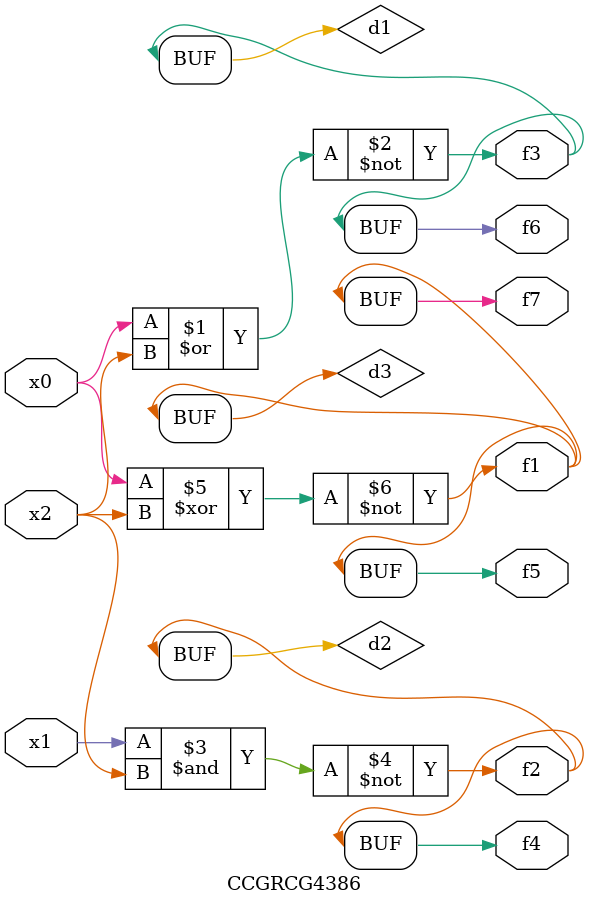
<source format=v>
module CCGRCG4386(
	input x0, x1, x2,
	output f1, f2, f3, f4, f5, f6, f7
);

	wire d1, d2, d3;

	nor (d1, x0, x2);
	nand (d2, x1, x2);
	xnor (d3, x0, x2);
	assign f1 = d3;
	assign f2 = d2;
	assign f3 = d1;
	assign f4 = d2;
	assign f5 = d3;
	assign f6 = d1;
	assign f7 = d3;
endmodule

</source>
